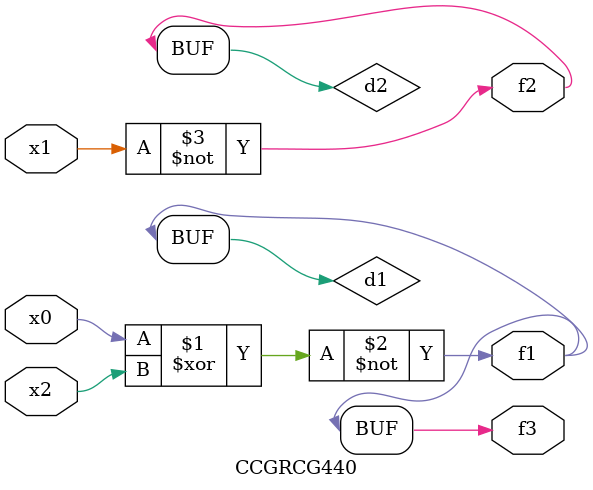
<source format=v>
module CCGRCG440(
	input x0, x1, x2,
	output f1, f2, f3
);

	wire d1, d2, d3;

	xnor (d1, x0, x2);
	nand (d2, x1);
	nor (d3, x1, x2);
	assign f1 = d1;
	assign f2 = d2;
	assign f3 = d1;
endmodule

</source>
